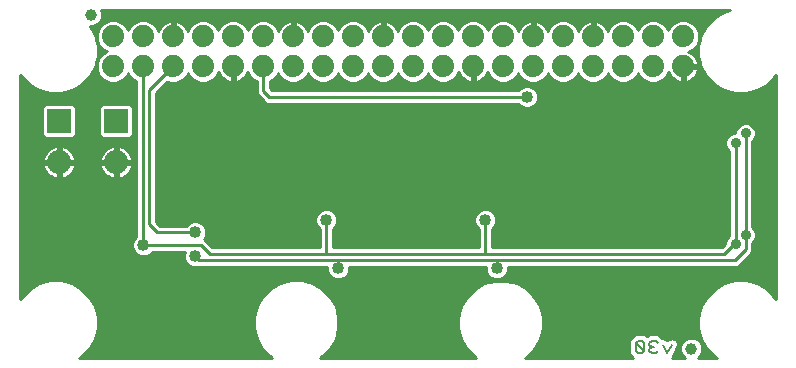
<source format=gbl>
G75*
%MOIN*%
%OFA0B0*%
%FSLAX25Y25*%
%IPPOS*%
%LPD*%
%AMOC8*
5,1,8,0,0,1.08239X$1,22.5*
%
%ADD10C,0.00800*%
%ADD11C,0.03937*%
%ADD12C,0.07400*%
%ADD13R,0.08000X0.08000*%
%ADD14C,0.08000*%
%ADD15C,0.01000*%
%ADD16C,0.04000*%
%ADD17C,0.03500*%
D10*
X0318494Y0132321D02*
X0319195Y0131620D01*
X0320596Y0131620D01*
X0321296Y0132321D01*
X0318494Y0135123D01*
X0318494Y0132321D01*
X0321296Y0132321D02*
X0321296Y0135123D01*
X0320596Y0135824D01*
X0319195Y0135824D01*
X0318494Y0135123D01*
X0323098Y0135123D02*
X0323098Y0134423D01*
X0323798Y0133722D01*
X0323098Y0133022D01*
X0323098Y0132321D01*
X0323798Y0131620D01*
X0325200Y0131620D01*
X0325900Y0132321D01*
X0324499Y0133722D02*
X0323798Y0133722D01*
X0323098Y0135123D02*
X0323798Y0135824D01*
X0325200Y0135824D01*
X0325900Y0135123D01*
X0327702Y0134423D02*
X0329103Y0131620D01*
X0330504Y0134423D01*
D11*
X0337042Y0133157D03*
X0137003Y0244378D03*
D12*
X0144286Y0237213D03*
X0154286Y0237213D03*
X0164286Y0237213D03*
X0174286Y0237213D03*
X0184286Y0237213D03*
X0194286Y0237213D03*
X0204286Y0237213D03*
X0214286Y0237213D03*
X0224286Y0237213D03*
X0234286Y0237213D03*
X0244286Y0237213D03*
X0254286Y0237213D03*
X0264286Y0237213D03*
X0274286Y0237213D03*
X0284286Y0237213D03*
X0294286Y0237213D03*
X0304286Y0237213D03*
X0314286Y0237213D03*
X0324286Y0237213D03*
X0334286Y0237213D03*
X0334286Y0227213D03*
X0324286Y0227213D03*
X0314286Y0227213D03*
X0304286Y0227213D03*
X0294286Y0227213D03*
X0284286Y0227213D03*
X0274286Y0227213D03*
X0264286Y0227213D03*
X0254286Y0227213D03*
X0244286Y0227213D03*
X0234286Y0227213D03*
X0224286Y0227213D03*
X0214286Y0227213D03*
X0204286Y0227213D03*
X0194286Y0227213D03*
X0184286Y0227213D03*
X0174286Y0227213D03*
X0164286Y0227213D03*
X0154286Y0227213D03*
X0144286Y0227213D03*
D13*
X0145333Y0209000D03*
X0126333Y0209000D03*
D14*
X0126333Y0195220D03*
X0145333Y0195220D03*
D15*
X0133771Y0130495D02*
X0133086Y0130100D01*
X0197404Y0130100D01*
X0196651Y0130535D01*
X0194026Y0133160D01*
X0192169Y0136376D01*
X0191208Y0139962D01*
X0191208Y0143675D01*
X0192169Y0147262D01*
X0194026Y0150477D01*
X0196651Y0153103D01*
X0199867Y0154959D01*
X0203453Y0155920D01*
X0207166Y0155920D01*
X0210753Y0154959D01*
X0213968Y0153103D01*
X0216594Y0150477D01*
X0218450Y0147262D01*
X0219411Y0143675D01*
X0219411Y0139962D01*
X0218450Y0136376D01*
X0216594Y0133160D01*
X0213968Y0130535D01*
X0213215Y0130100D01*
X0265418Y0130100D01*
X0264801Y0130456D01*
X0262175Y0133082D01*
X0260319Y0136297D01*
X0259358Y0139884D01*
X0259358Y0143597D01*
X0260319Y0147183D01*
X0262175Y0150399D01*
X0264801Y0153024D01*
X0268016Y0154881D01*
X0271603Y0155842D01*
X0275316Y0155842D01*
X0278902Y0154881D01*
X0282118Y0153024D01*
X0284743Y0150399D01*
X0286600Y0147183D01*
X0287561Y0143597D01*
X0287561Y0139884D01*
X0286600Y0136297D01*
X0284743Y0133082D01*
X0282118Y0130456D01*
X0281501Y0130100D01*
X0317745Y0130100D01*
X0317095Y0130751D01*
X0316394Y0131451D01*
X0316394Y0135168D01*
X0316394Y0135993D01*
X0316394Y0135993D01*
X0316394Y0135993D01*
X0316465Y0136065D01*
X0317095Y0136694D01*
X0317095Y0136694D01*
X0318311Y0137910D01*
X0318325Y0137924D01*
X0318325Y0137924D01*
X0319726Y0137924D01*
X0319726Y0137924D01*
X0319886Y0137924D01*
X0320064Y0137924D01*
X0320064Y0137924D01*
X0321466Y0137924D01*
X0322197Y0137193D01*
X0322915Y0137910D01*
X0322929Y0137924D01*
X0322929Y0137924D01*
X0324330Y0137924D01*
X0324330Y0137924D01*
X0324490Y0137924D01*
X0324668Y0137924D01*
X0324668Y0137924D01*
X0326070Y0137924D01*
X0327300Y0136694D01*
X0327300Y0136694D01*
X0327382Y0136611D01*
X0327541Y0136690D01*
X0329103Y0136169D01*
X0330665Y0136690D01*
X0332221Y0135912D01*
X0332771Y0134262D01*
X0331048Y0130815D01*
X0330820Y0130131D01*
X0330758Y0130100D01*
X0334911Y0130100D01*
X0333932Y0131079D01*
X0333373Y0132428D01*
X0333373Y0133887D01*
X0333932Y0135236D01*
X0334964Y0136267D01*
X0336312Y0136826D01*
X0337772Y0136826D01*
X0339120Y0136267D01*
X0340152Y0135236D01*
X0340710Y0133887D01*
X0340710Y0132428D01*
X0340152Y0131079D01*
X0339173Y0130100D01*
X0345486Y0130100D01*
X0344801Y0130495D01*
X0342175Y0133121D01*
X0340319Y0136337D01*
X0339358Y0139923D01*
X0339358Y0143636D01*
X0340319Y0147223D01*
X0342175Y0150438D01*
X0344801Y0153064D01*
X0348016Y0154920D01*
X0351603Y0155881D01*
X0355316Y0155881D01*
X0358902Y0154920D01*
X0362118Y0153064D01*
X0364743Y0150438D01*
X0365139Y0149753D01*
X0365139Y0224357D01*
X0364743Y0223672D01*
X0362118Y0221047D01*
X0358902Y0219190D01*
X0355316Y0218229D01*
X0351603Y0218229D01*
X0348016Y0219190D01*
X0344801Y0221047D01*
X0342175Y0223672D01*
X0340319Y0226888D01*
X0339358Y0230474D01*
X0339358Y0234187D01*
X0340319Y0237774D01*
X0342175Y0240989D01*
X0344801Y0243615D01*
X0348016Y0245471D01*
X0349910Y0245979D01*
X0140310Y0245979D01*
X0140671Y0245108D01*
X0140671Y0243648D01*
X0140113Y0242300D01*
X0139081Y0241268D01*
X0137732Y0240709D01*
X0136558Y0240709D01*
X0138253Y0237774D01*
X0139214Y0234187D01*
X0139214Y0230474D01*
X0138253Y0226888D01*
X0136397Y0223672D01*
X0133771Y0221047D01*
X0130556Y0219190D01*
X0126969Y0218229D01*
X0123256Y0218229D01*
X0119670Y0219190D01*
X0116454Y0221047D01*
X0113829Y0223672D01*
X0113433Y0224357D01*
X0113433Y0149753D01*
X0113829Y0150438D01*
X0116454Y0153064D01*
X0119670Y0154920D01*
X0123256Y0155881D01*
X0126969Y0155881D01*
X0130556Y0154920D01*
X0133771Y0153064D01*
X0136397Y0150438D01*
X0138253Y0147223D01*
X0139214Y0143636D01*
X0139214Y0139923D01*
X0138253Y0136337D01*
X0136397Y0133121D01*
X0133771Y0130495D01*
X0134271Y0130996D02*
X0196190Y0130996D01*
X0195192Y0131994D02*
X0135270Y0131994D01*
X0136269Y0132993D02*
X0194193Y0132993D01*
X0193546Y0133991D02*
X0136899Y0133991D01*
X0137476Y0134990D02*
X0192970Y0134990D01*
X0192393Y0135988D02*
X0138052Y0135988D01*
X0138428Y0136987D02*
X0192005Y0136987D01*
X0191738Y0137985D02*
X0138695Y0137985D01*
X0138963Y0138984D02*
X0191470Y0138984D01*
X0191208Y0139982D02*
X0139214Y0139982D01*
X0139214Y0140981D02*
X0191208Y0140981D01*
X0191208Y0141979D02*
X0139214Y0141979D01*
X0139214Y0142978D02*
X0191208Y0142978D01*
X0191289Y0143976D02*
X0139123Y0143976D01*
X0138856Y0144975D02*
X0191556Y0144975D01*
X0191824Y0145973D02*
X0138588Y0145973D01*
X0138321Y0146972D02*
X0192091Y0146972D01*
X0192578Y0147970D02*
X0137822Y0147970D01*
X0137245Y0148969D02*
X0193155Y0148969D01*
X0193731Y0149967D02*
X0136669Y0149967D01*
X0135869Y0150966D02*
X0194514Y0150966D01*
X0195512Y0151964D02*
X0134871Y0151964D01*
X0133872Y0152963D02*
X0196511Y0152963D01*
X0198138Y0153961D02*
X0132217Y0153961D01*
X0130408Y0154960D02*
X0199868Y0154960D01*
X0210751Y0154960D02*
X0268311Y0154960D01*
X0266424Y0153961D02*
X0212482Y0153961D01*
X0214108Y0152963D02*
X0264739Y0152963D01*
X0263741Y0151964D02*
X0215107Y0151964D01*
X0216105Y0150966D02*
X0262742Y0150966D01*
X0261926Y0149967D02*
X0216888Y0149967D01*
X0217465Y0148969D02*
X0261350Y0148969D01*
X0260773Y0147970D02*
X0218041Y0147970D01*
X0218528Y0146972D02*
X0260262Y0146972D01*
X0259995Y0145973D02*
X0218796Y0145973D01*
X0219063Y0144975D02*
X0259727Y0144975D01*
X0259459Y0143976D02*
X0219331Y0143976D01*
X0219411Y0142978D02*
X0259358Y0142978D01*
X0259358Y0141979D02*
X0219411Y0141979D01*
X0219411Y0140981D02*
X0259358Y0140981D01*
X0259358Y0139982D02*
X0219411Y0139982D01*
X0219149Y0138984D02*
X0259599Y0138984D01*
X0259866Y0137985D02*
X0218881Y0137985D01*
X0218614Y0136987D02*
X0260134Y0136987D01*
X0260497Y0135988D02*
X0218226Y0135988D01*
X0217650Y0134990D02*
X0261074Y0134990D01*
X0261650Y0133991D02*
X0217073Y0133991D01*
X0216426Y0132993D02*
X0262264Y0132993D01*
X0263263Y0131994D02*
X0215427Y0131994D01*
X0214429Y0130996D02*
X0264261Y0130996D01*
X0282657Y0130996D02*
X0316850Y0130996D01*
X0316394Y0131994D02*
X0283656Y0131994D01*
X0284654Y0132993D02*
X0316394Y0132993D01*
X0316394Y0133991D02*
X0285268Y0133991D01*
X0285845Y0134990D02*
X0316394Y0134990D01*
X0316394Y0135988D02*
X0286421Y0135988D01*
X0286785Y0136987D02*
X0317387Y0136987D01*
X0327007Y0136987D02*
X0340145Y0136987D01*
X0339877Y0137985D02*
X0287052Y0137985D01*
X0287320Y0138984D02*
X0339609Y0138984D01*
X0339358Y0139982D02*
X0287561Y0139982D01*
X0287561Y0140981D02*
X0339358Y0140981D01*
X0339358Y0141979D02*
X0287561Y0141979D01*
X0287561Y0142978D02*
X0339358Y0142978D01*
X0339449Y0143976D02*
X0287459Y0143976D01*
X0287192Y0144975D02*
X0339716Y0144975D01*
X0339984Y0145973D02*
X0286924Y0145973D01*
X0286657Y0146972D02*
X0340252Y0146972D01*
X0340750Y0147970D02*
X0286145Y0147970D01*
X0285569Y0148969D02*
X0341327Y0148969D01*
X0341903Y0149967D02*
X0284992Y0149967D01*
X0284176Y0150966D02*
X0342703Y0150966D01*
X0343701Y0151964D02*
X0283178Y0151964D01*
X0282179Y0152963D02*
X0344700Y0152963D01*
X0346356Y0153961D02*
X0280495Y0153961D01*
X0278607Y0154960D02*
X0348165Y0154960D01*
X0352534Y0160500D02*
X0353823Y0161789D01*
X0357336Y0165302D01*
X0357336Y0168365D01*
X0358061Y0169090D01*
X0358586Y0170358D01*
X0358586Y0171730D01*
X0358061Y0172998D01*
X0357336Y0173723D01*
X0357336Y0202171D01*
X0358082Y0202917D01*
X0358608Y0204185D01*
X0358608Y0205558D01*
X0358082Y0206826D01*
X0357112Y0207796D01*
X0355844Y0208322D01*
X0354471Y0208322D01*
X0353203Y0207796D01*
X0352233Y0206826D01*
X0351708Y0205558D01*
X0351708Y0205133D01*
X0351162Y0205133D01*
X0349894Y0204607D01*
X0348924Y0203637D01*
X0348398Y0202369D01*
X0348398Y0200996D01*
X0348924Y0199728D01*
X0349627Y0199025D01*
X0349627Y0170631D01*
X0348902Y0169906D01*
X0348377Y0168638D01*
X0348377Y0168155D01*
X0347122Y0166900D01*
X0270588Y0166900D01*
X0270588Y0172967D01*
X0271525Y0173904D01*
X0272088Y0175264D01*
X0272088Y0176736D01*
X0271525Y0178096D01*
X0270484Y0179137D01*
X0269124Y0179700D01*
X0267652Y0179700D01*
X0266293Y0179137D01*
X0265252Y0178096D01*
X0264688Y0176736D01*
X0264688Y0175264D01*
X0265252Y0173904D01*
X0266188Y0172967D01*
X0266188Y0166900D01*
X0217588Y0166900D01*
X0217588Y0172967D01*
X0218525Y0173904D01*
X0219088Y0175264D01*
X0219088Y0176736D01*
X0218525Y0178096D01*
X0217484Y0179137D01*
X0216124Y0179700D01*
X0214652Y0179700D01*
X0213293Y0179137D01*
X0212252Y0178096D01*
X0211688Y0176736D01*
X0211688Y0175264D01*
X0212252Y0173904D01*
X0213188Y0172967D01*
X0213188Y0166900D01*
X0177445Y0166900D01*
X0174685Y0169659D01*
X0174809Y0169782D01*
X0175372Y0171142D01*
X0175372Y0172614D01*
X0174809Y0173974D01*
X0173768Y0175015D01*
X0172408Y0175578D01*
X0170936Y0175578D01*
X0169576Y0175015D01*
X0168639Y0174078D01*
X0159866Y0174078D01*
X0158486Y0175459D01*
X0158486Y0218301D01*
X0162353Y0222168D01*
X0163212Y0221813D01*
X0165360Y0221813D01*
X0167345Y0222635D01*
X0168864Y0224154D01*
X0169286Y0225173D01*
X0169708Y0224154D01*
X0171227Y0222635D01*
X0173212Y0221813D01*
X0175360Y0221813D01*
X0177345Y0222635D01*
X0178864Y0224154D01*
X0179395Y0225437D01*
X0179467Y0225216D01*
X0179839Y0224487D01*
X0180320Y0223825D01*
X0180899Y0223246D01*
X0181561Y0222765D01*
X0182290Y0222394D01*
X0183068Y0222141D01*
X0183786Y0222027D01*
X0183786Y0226713D01*
X0184786Y0226713D01*
X0184786Y0222027D01*
X0185504Y0222141D01*
X0186282Y0222394D01*
X0187011Y0222765D01*
X0187674Y0223246D01*
X0188252Y0223825D01*
X0188734Y0224487D01*
X0189105Y0225216D01*
X0189177Y0225437D01*
X0189708Y0224154D01*
X0191227Y0222635D01*
X0192133Y0222259D01*
X0192133Y0218089D01*
X0194133Y0216089D01*
X0195422Y0214800D01*
X0279301Y0214800D01*
X0280237Y0213863D01*
X0281597Y0213300D01*
X0283069Y0213300D01*
X0284429Y0213863D01*
X0285470Y0214904D01*
X0286033Y0216264D01*
X0286033Y0217736D01*
X0285470Y0219096D01*
X0284429Y0220137D01*
X0283069Y0220700D01*
X0281597Y0220700D01*
X0280237Y0220137D01*
X0279301Y0219200D01*
X0197245Y0219200D01*
X0196533Y0219911D01*
X0196533Y0222299D01*
X0197345Y0222635D01*
X0198864Y0224154D01*
X0199286Y0225173D01*
X0199708Y0224154D01*
X0201227Y0222635D01*
X0203212Y0221813D01*
X0205360Y0221813D01*
X0207345Y0222635D01*
X0208864Y0224154D01*
X0209286Y0225173D01*
X0209708Y0224154D01*
X0211227Y0222635D01*
X0213212Y0221813D01*
X0215360Y0221813D01*
X0217345Y0222635D01*
X0218864Y0224154D01*
X0219286Y0225173D01*
X0219708Y0224154D01*
X0221227Y0222635D01*
X0223212Y0221813D01*
X0225360Y0221813D01*
X0227345Y0222635D01*
X0228864Y0224154D01*
X0229286Y0225173D01*
X0229708Y0224154D01*
X0231227Y0222635D01*
X0233212Y0221813D01*
X0235360Y0221813D01*
X0237345Y0222635D01*
X0238864Y0224154D01*
X0239286Y0225173D01*
X0239708Y0224154D01*
X0241227Y0222635D01*
X0243212Y0221813D01*
X0245360Y0221813D01*
X0247345Y0222635D01*
X0248864Y0224154D01*
X0249286Y0225173D01*
X0249708Y0224154D01*
X0251227Y0222635D01*
X0253212Y0221813D01*
X0255360Y0221813D01*
X0257345Y0222635D01*
X0258864Y0224154D01*
X0259395Y0225437D01*
X0259467Y0225216D01*
X0259839Y0224487D01*
X0260320Y0223825D01*
X0260899Y0223246D01*
X0261561Y0222765D01*
X0262290Y0222394D01*
X0263068Y0222141D01*
X0263786Y0222027D01*
X0263786Y0226713D01*
X0264786Y0226713D01*
X0264786Y0222027D01*
X0265504Y0222141D01*
X0266282Y0222394D01*
X0267011Y0222765D01*
X0267674Y0223246D01*
X0268252Y0223825D01*
X0268734Y0224487D01*
X0269105Y0225216D01*
X0269177Y0225437D01*
X0269708Y0224154D01*
X0271227Y0222635D01*
X0273212Y0221813D01*
X0275360Y0221813D01*
X0277345Y0222635D01*
X0278864Y0224154D01*
X0279286Y0225173D01*
X0279708Y0224154D01*
X0281227Y0222635D01*
X0283212Y0221813D01*
X0285360Y0221813D01*
X0287345Y0222635D01*
X0288864Y0224154D01*
X0289286Y0225173D01*
X0289708Y0224154D01*
X0291227Y0222635D01*
X0293212Y0221813D01*
X0295360Y0221813D01*
X0297345Y0222635D01*
X0298864Y0224154D01*
X0299286Y0225173D01*
X0299708Y0224154D01*
X0301227Y0222635D01*
X0303212Y0221813D01*
X0305360Y0221813D01*
X0307345Y0222635D01*
X0308864Y0224154D01*
X0309286Y0225173D01*
X0309708Y0224154D01*
X0311227Y0222635D01*
X0313212Y0221813D01*
X0315360Y0221813D01*
X0317345Y0222635D01*
X0318864Y0224154D01*
X0319286Y0225173D01*
X0319708Y0224154D01*
X0321227Y0222635D01*
X0323212Y0221813D01*
X0325360Y0221813D01*
X0327345Y0222635D01*
X0328864Y0224154D01*
X0329395Y0225437D01*
X0329467Y0225216D01*
X0329839Y0224487D01*
X0330320Y0223825D01*
X0330899Y0223246D01*
X0331561Y0222765D01*
X0332290Y0222394D01*
X0333068Y0222141D01*
X0333786Y0222027D01*
X0333786Y0226713D01*
X0334786Y0226713D01*
X0334786Y0227713D01*
X0339472Y0227713D01*
X0339358Y0228430D01*
X0339105Y0229209D01*
X0338734Y0229938D01*
X0338252Y0230600D01*
X0337674Y0231179D01*
X0337011Y0231660D01*
X0336282Y0232032D01*
X0336062Y0232103D01*
X0337345Y0232635D01*
X0338864Y0234154D01*
X0339686Y0236138D01*
X0339686Y0238287D01*
X0338864Y0240271D01*
X0337345Y0241790D01*
X0335360Y0242613D01*
X0333212Y0242613D01*
X0331227Y0241790D01*
X0329708Y0240271D01*
X0329286Y0239252D01*
X0328864Y0240271D01*
X0327345Y0241790D01*
X0325360Y0242613D01*
X0323212Y0242613D01*
X0321227Y0241790D01*
X0319708Y0240271D01*
X0319286Y0239252D01*
X0318864Y0240271D01*
X0317345Y0241790D01*
X0315360Y0242613D01*
X0313212Y0242613D01*
X0311227Y0241790D01*
X0309708Y0240271D01*
X0309177Y0238988D01*
X0309105Y0239209D01*
X0308734Y0239938D01*
X0308252Y0240600D01*
X0307674Y0241179D01*
X0307011Y0241660D01*
X0306282Y0242032D01*
X0305504Y0242285D01*
X0304786Y0242398D01*
X0304786Y0237713D01*
X0303786Y0237713D01*
X0303786Y0242398D01*
X0303068Y0242285D01*
X0302290Y0242032D01*
X0301561Y0241660D01*
X0300899Y0241179D01*
X0300320Y0240600D01*
X0299839Y0239938D01*
X0299467Y0239209D01*
X0299395Y0238988D01*
X0298864Y0240271D01*
X0297345Y0241790D01*
X0295360Y0242613D01*
X0293212Y0242613D01*
X0291227Y0241790D01*
X0289708Y0240271D01*
X0289177Y0238988D01*
X0289105Y0239209D01*
X0288734Y0239938D01*
X0288252Y0240600D01*
X0287674Y0241179D01*
X0287011Y0241660D01*
X0286282Y0242032D01*
X0285504Y0242285D01*
X0284786Y0242398D01*
X0284786Y0237713D01*
X0283786Y0237713D01*
X0283786Y0242398D01*
X0283068Y0242285D01*
X0282290Y0242032D01*
X0281561Y0241660D01*
X0280899Y0241179D01*
X0280320Y0240600D01*
X0279839Y0239938D01*
X0279467Y0239209D01*
X0279395Y0238988D01*
X0278864Y0240271D01*
X0277345Y0241790D01*
X0275360Y0242613D01*
X0273212Y0242613D01*
X0271227Y0241790D01*
X0269708Y0240271D01*
X0269286Y0239252D01*
X0268864Y0240271D01*
X0267345Y0241790D01*
X0265360Y0242613D01*
X0263212Y0242613D01*
X0261227Y0241790D01*
X0259708Y0240271D01*
X0259286Y0239252D01*
X0258864Y0240271D01*
X0257345Y0241790D01*
X0255360Y0242613D01*
X0253212Y0242613D01*
X0251227Y0241790D01*
X0249708Y0240271D01*
X0249286Y0239252D01*
X0248864Y0240271D01*
X0247345Y0241790D01*
X0245360Y0242613D01*
X0243212Y0242613D01*
X0241227Y0241790D01*
X0239708Y0240271D01*
X0239177Y0238988D01*
X0239105Y0239209D01*
X0238734Y0239938D01*
X0238252Y0240600D01*
X0237674Y0241179D01*
X0237011Y0241660D01*
X0236282Y0242032D01*
X0235504Y0242285D01*
X0234786Y0242398D01*
X0234786Y0237713D01*
X0233786Y0237713D01*
X0233786Y0242398D01*
X0233068Y0242285D01*
X0232290Y0242032D01*
X0231561Y0241660D01*
X0230899Y0241179D01*
X0230320Y0240600D01*
X0229839Y0239938D01*
X0229467Y0239209D01*
X0229395Y0238988D01*
X0228864Y0240271D01*
X0227345Y0241790D01*
X0225360Y0242613D01*
X0223212Y0242613D01*
X0221227Y0241790D01*
X0219708Y0240271D01*
X0219286Y0239252D01*
X0218864Y0240271D01*
X0217345Y0241790D01*
X0215360Y0242613D01*
X0213212Y0242613D01*
X0211227Y0241790D01*
X0209708Y0240271D01*
X0209177Y0238988D01*
X0209105Y0239209D01*
X0208734Y0239938D01*
X0208252Y0240600D01*
X0207674Y0241179D01*
X0207011Y0241660D01*
X0206282Y0242032D01*
X0205504Y0242285D01*
X0204786Y0242398D01*
X0204786Y0237713D01*
X0203786Y0237713D01*
X0203786Y0242398D01*
X0203068Y0242285D01*
X0202290Y0242032D01*
X0201561Y0241660D01*
X0200899Y0241179D01*
X0200320Y0240600D01*
X0199839Y0239938D01*
X0199467Y0239209D01*
X0199395Y0238988D01*
X0198864Y0240271D01*
X0197345Y0241790D01*
X0195360Y0242613D01*
X0193212Y0242613D01*
X0191227Y0241790D01*
X0189708Y0240271D01*
X0189286Y0239252D01*
X0188864Y0240271D01*
X0187345Y0241790D01*
X0185360Y0242613D01*
X0183212Y0242613D01*
X0181227Y0241790D01*
X0179708Y0240271D01*
X0179286Y0239252D01*
X0178864Y0240271D01*
X0177345Y0241790D01*
X0175360Y0242613D01*
X0173212Y0242613D01*
X0171227Y0241790D01*
X0169708Y0240271D01*
X0169177Y0238988D01*
X0169105Y0239209D01*
X0168734Y0239938D01*
X0168252Y0240600D01*
X0167674Y0241179D01*
X0167011Y0241660D01*
X0166282Y0242032D01*
X0165504Y0242285D01*
X0164786Y0242398D01*
X0164786Y0237713D01*
X0163786Y0237713D01*
X0163786Y0242398D01*
X0163068Y0242285D01*
X0162290Y0242032D01*
X0161561Y0241660D01*
X0160899Y0241179D01*
X0160320Y0240600D01*
X0159839Y0239938D01*
X0159467Y0239209D01*
X0159395Y0238988D01*
X0158864Y0240271D01*
X0157345Y0241790D01*
X0155360Y0242613D01*
X0153212Y0242613D01*
X0151227Y0241790D01*
X0149708Y0240271D01*
X0149286Y0239252D01*
X0148864Y0240271D01*
X0147345Y0241790D01*
X0145360Y0242613D01*
X0143212Y0242613D01*
X0141227Y0241790D01*
X0139708Y0240271D01*
X0138886Y0238287D01*
X0138886Y0236138D01*
X0139708Y0234154D01*
X0141227Y0232635D01*
X0142246Y0232213D01*
X0141227Y0231790D01*
X0139708Y0230271D01*
X0138886Y0228287D01*
X0138886Y0226138D01*
X0139708Y0224154D01*
X0141227Y0222635D01*
X0143212Y0221813D01*
X0145360Y0221813D01*
X0147345Y0222635D01*
X0148864Y0224154D01*
X0149286Y0225173D01*
X0149708Y0224154D01*
X0151227Y0222635D01*
X0152086Y0222279D01*
X0152086Y0170485D01*
X0151297Y0169696D01*
X0150733Y0168336D01*
X0150733Y0166864D01*
X0151297Y0165504D01*
X0152337Y0164463D01*
X0153697Y0163900D01*
X0155169Y0163900D01*
X0156529Y0164463D01*
X0157466Y0165400D01*
X0168250Y0165400D01*
X0167933Y0164636D01*
X0167933Y0163164D01*
X0168497Y0161804D01*
X0169537Y0160763D01*
X0170897Y0160200D01*
X0172369Y0160200D01*
X0173094Y0160500D01*
X0215633Y0160500D01*
X0215633Y0159164D01*
X0216197Y0157804D01*
X0217237Y0156763D01*
X0218597Y0156200D01*
X0220069Y0156200D01*
X0221429Y0156763D01*
X0222470Y0157804D01*
X0223033Y0159164D01*
X0223033Y0160500D01*
X0268525Y0160500D01*
X0268525Y0159164D01*
X0269089Y0157804D01*
X0270130Y0156763D01*
X0271489Y0156200D01*
X0272961Y0156200D01*
X0274321Y0156763D01*
X0275362Y0157804D01*
X0275925Y0159164D01*
X0275925Y0160500D01*
X0352534Y0160500D01*
X0352985Y0160951D02*
X0365139Y0160951D01*
X0365139Y0161949D02*
X0353984Y0161949D01*
X0354982Y0162948D02*
X0365139Y0162948D01*
X0365139Y0163946D02*
X0355981Y0163946D01*
X0356979Y0164945D02*
X0365139Y0164945D01*
X0365139Y0165943D02*
X0357336Y0165943D01*
X0357336Y0166942D02*
X0365139Y0166942D01*
X0365139Y0167940D02*
X0357336Y0167940D01*
X0357910Y0168939D02*
X0365139Y0168939D01*
X0365139Y0169937D02*
X0358412Y0169937D01*
X0358586Y0170936D02*
X0365139Y0170936D01*
X0365139Y0171934D02*
X0358502Y0171934D01*
X0358088Y0172933D02*
X0365139Y0172933D01*
X0365139Y0173932D02*
X0357336Y0173932D01*
X0357336Y0174930D02*
X0365139Y0174930D01*
X0365139Y0175929D02*
X0357336Y0175929D01*
X0357336Y0176927D02*
X0365139Y0176927D01*
X0365139Y0177926D02*
X0357336Y0177926D01*
X0357336Y0178924D02*
X0365139Y0178924D01*
X0365139Y0179923D02*
X0357336Y0179923D01*
X0357336Y0180921D02*
X0365139Y0180921D01*
X0365139Y0181920D02*
X0357336Y0181920D01*
X0357336Y0182918D02*
X0365139Y0182918D01*
X0365139Y0183917D02*
X0357336Y0183917D01*
X0357336Y0184915D02*
X0365139Y0184915D01*
X0365139Y0185914D02*
X0357336Y0185914D01*
X0357336Y0186912D02*
X0365139Y0186912D01*
X0365139Y0187911D02*
X0357336Y0187911D01*
X0357336Y0188909D02*
X0365139Y0188909D01*
X0365139Y0189908D02*
X0357336Y0189908D01*
X0357336Y0190906D02*
X0365139Y0190906D01*
X0365139Y0191905D02*
X0357336Y0191905D01*
X0357336Y0192903D02*
X0365139Y0192903D01*
X0365139Y0193902D02*
X0357336Y0193902D01*
X0357336Y0194900D02*
X0365139Y0194900D01*
X0365139Y0195899D02*
X0357336Y0195899D01*
X0357336Y0196897D02*
X0365139Y0196897D01*
X0365139Y0197896D02*
X0357336Y0197896D01*
X0357336Y0198894D02*
X0365139Y0198894D01*
X0365139Y0199893D02*
X0357336Y0199893D01*
X0357336Y0200891D02*
X0365139Y0200891D01*
X0365139Y0201890D02*
X0357336Y0201890D01*
X0358053Y0202888D02*
X0365139Y0202888D01*
X0365139Y0203887D02*
X0358484Y0203887D01*
X0358608Y0204885D02*
X0365139Y0204885D01*
X0365139Y0205884D02*
X0358473Y0205884D01*
X0358026Y0206882D02*
X0365139Y0206882D01*
X0365139Y0207881D02*
X0356908Y0207881D01*
X0355158Y0204872D02*
X0355136Y0204850D01*
X0355136Y0171044D01*
X0355136Y0166213D01*
X0351623Y0162700D01*
X0272333Y0162700D01*
X0272225Y0162592D01*
X0272225Y0159900D01*
X0272333Y0162700D02*
X0219333Y0162700D01*
X0219333Y0159900D01*
X0219333Y0162700D02*
X0172833Y0162700D01*
X0171633Y0163900D01*
X0167933Y0163946D02*
X0155281Y0163946D01*
X0153585Y0163946D02*
X0113433Y0163946D01*
X0113433Y0162948D02*
X0168023Y0162948D01*
X0168436Y0161949D02*
X0113433Y0161949D01*
X0113433Y0160951D02*
X0169350Y0160951D01*
X0168061Y0164945D02*
X0157011Y0164945D01*
X0154433Y0167600D02*
X0173633Y0167600D01*
X0176533Y0164700D01*
X0215088Y0164700D01*
X0215388Y0165000D01*
X0215388Y0176000D01*
X0211688Y0175929D02*
X0158486Y0175929D01*
X0158486Y0176927D02*
X0211768Y0176927D01*
X0212181Y0177926D02*
X0158486Y0177926D01*
X0158486Y0178924D02*
X0213080Y0178924D01*
X0211827Y0174930D02*
X0173853Y0174930D01*
X0174826Y0173932D02*
X0212240Y0173932D01*
X0213188Y0172933D02*
X0175240Y0172933D01*
X0175372Y0171934D02*
X0213188Y0171934D01*
X0213188Y0170936D02*
X0175286Y0170936D01*
X0174873Y0169937D02*
X0213188Y0169937D01*
X0213188Y0168939D02*
X0175406Y0168939D01*
X0176404Y0167940D02*
X0213188Y0167940D01*
X0213188Y0166942D02*
X0177403Y0166942D01*
X0171672Y0171878D02*
X0158955Y0171878D01*
X0156286Y0174547D01*
X0156286Y0219213D01*
X0164286Y0227213D01*
X0169155Y0224856D02*
X0169417Y0224856D01*
X0170005Y0223857D02*
X0168567Y0223857D01*
X0167569Y0222859D02*
X0171003Y0222859D01*
X0173097Y0221860D02*
X0165475Y0221860D01*
X0163097Y0221860D02*
X0162045Y0221860D01*
X0161046Y0220862D02*
X0192133Y0220862D01*
X0192133Y0221860D02*
X0175475Y0221860D01*
X0177569Y0222859D02*
X0181432Y0222859D01*
X0180296Y0223857D02*
X0178567Y0223857D01*
X0179155Y0224856D02*
X0179651Y0224856D01*
X0183786Y0224856D02*
X0184786Y0224856D01*
X0184786Y0225854D02*
X0183786Y0225854D01*
X0183786Y0223857D02*
X0184786Y0223857D01*
X0184786Y0222859D02*
X0183786Y0222859D01*
X0187140Y0222859D02*
X0191003Y0222859D01*
X0190005Y0223857D02*
X0188276Y0223857D01*
X0188921Y0224856D02*
X0189417Y0224856D01*
X0194286Y0227213D02*
X0194333Y0227165D01*
X0194333Y0219000D01*
X0196333Y0217000D01*
X0282333Y0217000D01*
X0286033Y0216868D02*
X0365139Y0216868D01*
X0365139Y0217866D02*
X0285979Y0217866D01*
X0285566Y0218865D02*
X0349231Y0218865D01*
X0346851Y0219863D02*
X0284703Y0219863D01*
X0285475Y0221860D02*
X0293097Y0221860D01*
X0291003Y0222859D02*
X0287569Y0222859D01*
X0288567Y0223857D02*
X0290005Y0223857D01*
X0289417Y0224856D02*
X0289155Y0224856D01*
X0295475Y0221860D02*
X0303097Y0221860D01*
X0301003Y0222859D02*
X0297569Y0222859D01*
X0298567Y0223857D02*
X0300005Y0223857D01*
X0299417Y0224856D02*
X0299155Y0224856D01*
X0305475Y0221860D02*
X0313097Y0221860D01*
X0311003Y0222859D02*
X0307569Y0222859D01*
X0308567Y0223857D02*
X0310005Y0223857D01*
X0309417Y0224856D02*
X0309155Y0224856D01*
X0315475Y0221860D02*
X0323097Y0221860D01*
X0321003Y0222859D02*
X0317569Y0222859D01*
X0318567Y0223857D02*
X0320005Y0223857D01*
X0319417Y0224856D02*
X0319155Y0224856D01*
X0325475Y0221860D02*
X0343987Y0221860D01*
X0342989Y0222859D02*
X0337140Y0222859D01*
X0337011Y0222765D02*
X0337674Y0223246D01*
X0338252Y0223825D01*
X0338734Y0224487D01*
X0339105Y0225216D01*
X0339358Y0225995D01*
X0339472Y0226713D01*
X0334786Y0226713D01*
X0334786Y0222027D01*
X0335504Y0222141D01*
X0336282Y0222394D01*
X0337011Y0222765D01*
X0338276Y0223857D02*
X0342068Y0223857D01*
X0341492Y0224856D02*
X0338921Y0224856D01*
X0339312Y0225854D02*
X0340915Y0225854D01*
X0340339Y0226853D02*
X0334786Y0226853D01*
X0334786Y0225854D02*
X0333786Y0225854D01*
X0333786Y0224856D02*
X0334786Y0224856D01*
X0334786Y0223857D02*
X0333786Y0223857D01*
X0333786Y0222859D02*
X0334786Y0222859D01*
X0331432Y0222859D02*
X0327569Y0222859D01*
X0328567Y0223857D02*
X0330296Y0223857D01*
X0329651Y0224856D02*
X0329155Y0224856D01*
X0336648Y0231845D02*
X0339358Y0231845D01*
X0339358Y0230847D02*
X0338006Y0230847D01*
X0338779Y0229848D02*
X0339525Y0229848D01*
X0339793Y0228850D02*
X0339222Y0228850D01*
X0339450Y0227851D02*
X0340061Y0227851D01*
X0339358Y0232844D02*
X0337554Y0232844D01*
X0338552Y0233842D02*
X0339358Y0233842D01*
X0339533Y0234841D02*
X0339149Y0234841D01*
X0339562Y0235839D02*
X0339800Y0235839D01*
X0339686Y0236838D02*
X0340068Y0236838D01*
X0340355Y0237836D02*
X0339686Y0237836D01*
X0339459Y0238835D02*
X0340931Y0238835D01*
X0341508Y0239833D02*
X0339045Y0239833D01*
X0338304Y0240832D02*
X0342084Y0240832D01*
X0343016Y0241830D02*
X0337249Y0241830D01*
X0331323Y0241830D02*
X0327249Y0241830D01*
X0328304Y0240832D02*
X0330269Y0240832D01*
X0329527Y0239833D02*
X0329045Y0239833D01*
X0321323Y0241830D02*
X0317249Y0241830D01*
X0318304Y0240832D02*
X0320269Y0240832D01*
X0319527Y0239833D02*
X0319045Y0239833D01*
X0311323Y0241830D02*
X0306677Y0241830D01*
X0308021Y0240832D02*
X0310269Y0240832D01*
X0309527Y0239833D02*
X0308787Y0239833D01*
X0304786Y0239833D02*
X0303786Y0239833D01*
X0303786Y0238835D02*
X0304786Y0238835D01*
X0304786Y0237836D02*
X0303786Y0237836D01*
X0303786Y0240832D02*
X0304786Y0240832D01*
X0304786Y0241830D02*
X0303786Y0241830D01*
X0301895Y0241830D02*
X0297249Y0241830D01*
X0298304Y0240832D02*
X0300551Y0240832D01*
X0299785Y0239833D02*
X0299045Y0239833D01*
X0291323Y0241830D02*
X0286677Y0241830D01*
X0288021Y0240832D02*
X0290269Y0240832D01*
X0289527Y0239833D02*
X0288787Y0239833D01*
X0284786Y0239833D02*
X0283786Y0239833D01*
X0283786Y0238835D02*
X0284786Y0238835D01*
X0284786Y0237836D02*
X0283786Y0237836D01*
X0283786Y0240832D02*
X0284786Y0240832D01*
X0284786Y0241830D02*
X0283786Y0241830D01*
X0281895Y0241830D02*
X0277249Y0241830D01*
X0278304Y0240832D02*
X0280551Y0240832D01*
X0279785Y0239833D02*
X0279045Y0239833D01*
X0271323Y0241830D02*
X0267249Y0241830D01*
X0268304Y0240832D02*
X0270269Y0240832D01*
X0269527Y0239833D02*
X0269045Y0239833D01*
X0261323Y0241830D02*
X0257249Y0241830D01*
X0258304Y0240832D02*
X0260269Y0240832D01*
X0259527Y0239833D02*
X0259045Y0239833D01*
X0251323Y0241830D02*
X0247249Y0241830D01*
X0248304Y0240832D02*
X0250269Y0240832D01*
X0249527Y0239833D02*
X0249045Y0239833D01*
X0241323Y0241830D02*
X0236677Y0241830D01*
X0238021Y0240832D02*
X0240269Y0240832D01*
X0239527Y0239833D02*
X0238787Y0239833D01*
X0234786Y0239833D02*
X0233786Y0239833D01*
X0233786Y0238835D02*
X0234786Y0238835D01*
X0234786Y0237836D02*
X0233786Y0237836D01*
X0233786Y0240832D02*
X0234786Y0240832D01*
X0234786Y0241830D02*
X0233786Y0241830D01*
X0231895Y0241830D02*
X0227249Y0241830D01*
X0228304Y0240832D02*
X0230551Y0240832D01*
X0229785Y0239833D02*
X0229045Y0239833D01*
X0221323Y0241830D02*
X0217249Y0241830D01*
X0218304Y0240832D02*
X0220269Y0240832D01*
X0219527Y0239833D02*
X0219045Y0239833D01*
X0211323Y0241830D02*
X0206677Y0241830D01*
X0208021Y0240832D02*
X0210269Y0240832D01*
X0209527Y0239833D02*
X0208787Y0239833D01*
X0204786Y0239833D02*
X0203786Y0239833D01*
X0203786Y0238835D02*
X0204786Y0238835D01*
X0204786Y0237836D02*
X0203786Y0237836D01*
X0203786Y0240832D02*
X0204786Y0240832D01*
X0204786Y0241830D02*
X0203786Y0241830D01*
X0201895Y0241830D02*
X0197249Y0241830D01*
X0198304Y0240832D02*
X0200551Y0240832D01*
X0199785Y0239833D02*
X0199045Y0239833D01*
X0191323Y0241830D02*
X0187249Y0241830D01*
X0188304Y0240832D02*
X0190269Y0240832D01*
X0189527Y0239833D02*
X0189045Y0239833D01*
X0181323Y0241830D02*
X0177249Y0241830D01*
X0178304Y0240832D02*
X0180269Y0240832D01*
X0179527Y0239833D02*
X0179045Y0239833D01*
X0171323Y0241830D02*
X0166677Y0241830D01*
X0168021Y0240832D02*
X0170269Y0240832D01*
X0169527Y0239833D02*
X0168787Y0239833D01*
X0164786Y0239833D02*
X0163786Y0239833D01*
X0163786Y0238835D02*
X0164786Y0238835D01*
X0164786Y0237836D02*
X0163786Y0237836D01*
X0163786Y0240832D02*
X0164786Y0240832D01*
X0164786Y0241830D02*
X0163786Y0241830D01*
X0161895Y0241830D02*
X0157249Y0241830D01*
X0158304Y0240832D02*
X0160551Y0240832D01*
X0159785Y0239833D02*
X0159045Y0239833D01*
X0151323Y0241830D02*
X0147249Y0241830D01*
X0148304Y0240832D02*
X0150269Y0240832D01*
X0149527Y0239833D02*
X0149045Y0239833D01*
X0141323Y0241830D02*
X0139643Y0241830D01*
X0140269Y0240832D02*
X0138028Y0240832D01*
X0137064Y0239833D02*
X0139527Y0239833D01*
X0139113Y0238835D02*
X0137641Y0238835D01*
X0138217Y0237836D02*
X0138886Y0237836D01*
X0138886Y0236838D02*
X0138504Y0236838D01*
X0138772Y0235839D02*
X0139010Y0235839D01*
X0139039Y0234841D02*
X0139424Y0234841D01*
X0139214Y0233842D02*
X0140020Y0233842D01*
X0139214Y0232844D02*
X0141018Y0232844D01*
X0141359Y0231845D02*
X0139214Y0231845D01*
X0139214Y0230847D02*
X0140283Y0230847D01*
X0139533Y0229848D02*
X0139047Y0229848D01*
X0139119Y0228850D02*
X0138779Y0228850D01*
X0138886Y0227851D02*
X0138512Y0227851D01*
X0138233Y0226853D02*
X0138886Y0226853D01*
X0139004Y0225854D02*
X0137657Y0225854D01*
X0137080Y0224856D02*
X0139417Y0224856D01*
X0140005Y0223857D02*
X0136504Y0223857D01*
X0135583Y0222859D02*
X0141003Y0222859D01*
X0143097Y0221860D02*
X0134585Y0221860D01*
X0133451Y0220862D02*
X0152086Y0220862D01*
X0152086Y0221860D02*
X0145475Y0221860D01*
X0147569Y0222859D02*
X0151003Y0222859D01*
X0150005Y0223857D02*
X0148567Y0223857D01*
X0149155Y0224856D02*
X0149417Y0224856D01*
X0154286Y0227213D02*
X0154286Y0167747D01*
X0154433Y0167600D01*
X0151856Y0164945D02*
X0113433Y0164945D01*
X0113433Y0165943D02*
X0151115Y0165943D01*
X0150733Y0166942D02*
X0113433Y0166942D01*
X0113433Y0167940D02*
X0150733Y0167940D01*
X0150983Y0168939D02*
X0113433Y0168939D01*
X0113433Y0169937D02*
X0151538Y0169937D01*
X0152086Y0170936D02*
X0113433Y0170936D01*
X0113433Y0171934D02*
X0152086Y0171934D01*
X0152086Y0172933D02*
X0113433Y0172933D01*
X0113433Y0173932D02*
X0152086Y0173932D01*
X0152086Y0174930D02*
X0113433Y0174930D01*
X0113433Y0175929D02*
X0152086Y0175929D01*
X0152086Y0176927D02*
X0113433Y0176927D01*
X0113433Y0177926D02*
X0152086Y0177926D01*
X0152086Y0178924D02*
X0113433Y0178924D01*
X0113433Y0179923D02*
X0152086Y0179923D01*
X0152086Y0180921D02*
X0113433Y0180921D01*
X0113433Y0181920D02*
X0152086Y0181920D01*
X0152086Y0182918D02*
X0113433Y0182918D01*
X0113433Y0183917D02*
X0152086Y0183917D01*
X0152086Y0184915D02*
X0113433Y0184915D01*
X0113433Y0185914D02*
X0152086Y0185914D01*
X0152086Y0186912D02*
X0113433Y0186912D01*
X0113433Y0187911D02*
X0152086Y0187911D01*
X0152086Y0188909D02*
X0113433Y0188909D01*
X0113433Y0189908D02*
X0124886Y0189908D01*
X0125045Y0189856D02*
X0124222Y0190123D01*
X0123451Y0190516D01*
X0122750Y0191025D01*
X0122138Y0191637D01*
X0121629Y0192338D01*
X0121236Y0193109D01*
X0120969Y0193933D01*
X0120844Y0194720D01*
X0125833Y0194720D01*
X0126833Y0194720D01*
X0126833Y0189731D01*
X0127621Y0189856D01*
X0128445Y0190123D01*
X0129216Y0190516D01*
X0129916Y0191025D01*
X0130528Y0191637D01*
X0131037Y0192338D01*
X0131430Y0193109D01*
X0131698Y0193933D01*
X0131823Y0194720D01*
X0126833Y0194720D01*
X0126833Y0195720D01*
X0131823Y0195720D01*
X0131698Y0196508D01*
X0131430Y0197332D01*
X0131037Y0198103D01*
X0130528Y0198803D01*
X0129916Y0199416D01*
X0129216Y0199924D01*
X0128445Y0200318D01*
X0127621Y0200585D01*
X0126833Y0200710D01*
X0126833Y0195721D01*
X0125833Y0195721D01*
X0125833Y0200710D01*
X0125045Y0200585D01*
X0124222Y0200318D01*
X0123451Y0199924D01*
X0122750Y0199416D01*
X0122138Y0198803D01*
X0121629Y0198103D01*
X0121236Y0197332D01*
X0120969Y0196508D01*
X0120844Y0195720D01*
X0125833Y0195720D01*
X0125833Y0194720D01*
X0125833Y0189731D01*
X0125045Y0189856D01*
X0125833Y0189908D02*
X0126833Y0189908D01*
X0127781Y0189908D02*
X0143886Y0189908D01*
X0144045Y0189856D02*
X0143222Y0190123D01*
X0142451Y0190516D01*
X0141750Y0191025D01*
X0141138Y0191637D01*
X0140629Y0192338D01*
X0140236Y0193109D01*
X0139969Y0193933D01*
X0139844Y0194720D01*
X0144833Y0194720D01*
X0145833Y0194720D01*
X0145833Y0189731D01*
X0146621Y0189856D01*
X0147445Y0190123D01*
X0148216Y0190516D01*
X0148916Y0191025D01*
X0149528Y0191637D01*
X0150037Y0192338D01*
X0150430Y0193109D01*
X0150698Y0193933D01*
X0150823Y0194720D01*
X0145833Y0194720D01*
X0145833Y0195720D01*
X0150823Y0195720D01*
X0150698Y0196508D01*
X0150430Y0197332D01*
X0150037Y0198103D01*
X0149528Y0198803D01*
X0148916Y0199416D01*
X0148216Y0199924D01*
X0147445Y0200318D01*
X0146621Y0200585D01*
X0145833Y0200710D01*
X0145833Y0195721D01*
X0144833Y0195721D01*
X0144833Y0200710D01*
X0144045Y0200585D01*
X0143222Y0200318D01*
X0142451Y0199924D01*
X0141750Y0199416D01*
X0141138Y0198803D01*
X0140629Y0198103D01*
X0140236Y0197332D01*
X0139969Y0196508D01*
X0139844Y0195720D01*
X0144833Y0195720D01*
X0144833Y0194720D01*
X0144833Y0189731D01*
X0144045Y0189856D01*
X0144833Y0189908D02*
X0145833Y0189908D01*
X0146781Y0189908D02*
X0152086Y0189908D01*
X0152086Y0190906D02*
X0148752Y0190906D01*
X0149723Y0191905D02*
X0152086Y0191905D01*
X0152086Y0192903D02*
X0150325Y0192903D01*
X0150688Y0193902D02*
X0152086Y0193902D01*
X0152086Y0194900D02*
X0145833Y0194900D01*
X0145833Y0193902D02*
X0144833Y0193902D01*
X0144833Y0194900D02*
X0126833Y0194900D01*
X0126833Y0193902D02*
X0125833Y0193902D01*
X0125833Y0194900D02*
X0113433Y0194900D01*
X0113433Y0193902D02*
X0120979Y0193902D01*
X0121341Y0192903D02*
X0113433Y0192903D01*
X0113433Y0191905D02*
X0121944Y0191905D01*
X0122914Y0190906D02*
X0113433Y0190906D01*
X0113433Y0195899D02*
X0120872Y0195899D01*
X0121095Y0196897D02*
X0113433Y0196897D01*
X0113433Y0197896D02*
X0121524Y0197896D01*
X0122229Y0198894D02*
X0113433Y0198894D01*
X0113433Y0199893D02*
X0123407Y0199893D01*
X0125833Y0199893D02*
X0126833Y0199893D01*
X0126833Y0198894D02*
X0125833Y0198894D01*
X0125833Y0197896D02*
X0126833Y0197896D01*
X0126833Y0196897D02*
X0125833Y0196897D01*
X0125833Y0195899D02*
X0126833Y0195899D01*
X0126833Y0192903D02*
X0125833Y0192903D01*
X0125833Y0191905D02*
X0126833Y0191905D01*
X0126833Y0190906D02*
X0125833Y0190906D01*
X0129752Y0190906D02*
X0141914Y0190906D01*
X0140944Y0191905D02*
X0130723Y0191905D01*
X0131325Y0192903D02*
X0140341Y0192903D01*
X0139979Y0193902D02*
X0131688Y0193902D01*
X0131794Y0195899D02*
X0139872Y0195899D01*
X0140095Y0196897D02*
X0131572Y0196897D01*
X0131143Y0197896D02*
X0140524Y0197896D01*
X0141229Y0198894D02*
X0130438Y0198894D01*
X0129260Y0199893D02*
X0142407Y0199893D01*
X0144833Y0199893D02*
X0145833Y0199893D01*
X0145833Y0198894D02*
X0144833Y0198894D01*
X0144833Y0197896D02*
X0145833Y0197896D01*
X0145833Y0196897D02*
X0144833Y0196897D01*
X0144833Y0195899D02*
X0145833Y0195899D01*
X0145833Y0192903D02*
X0144833Y0192903D01*
X0144833Y0191905D02*
X0145833Y0191905D01*
X0145833Y0190906D02*
X0144833Y0190906D01*
X0150794Y0195899D02*
X0152086Y0195899D01*
X0152086Y0196897D02*
X0150572Y0196897D01*
X0150143Y0197896D02*
X0152086Y0197896D01*
X0152086Y0198894D02*
X0149438Y0198894D01*
X0148260Y0199893D02*
X0152086Y0199893D01*
X0152086Y0200891D02*
X0113433Y0200891D01*
X0113433Y0201890D02*
X0152086Y0201890D01*
X0152086Y0202888D02*
X0113433Y0202888D01*
X0113433Y0203887D02*
X0121042Y0203887D01*
X0120633Y0204296D02*
X0121629Y0203300D01*
X0131037Y0203300D01*
X0132033Y0204296D01*
X0132033Y0213704D01*
X0131037Y0214700D01*
X0121629Y0214700D01*
X0120633Y0213704D01*
X0120633Y0204296D01*
X0120633Y0204885D02*
X0113433Y0204885D01*
X0113433Y0205884D02*
X0120633Y0205884D01*
X0120633Y0206882D02*
X0113433Y0206882D01*
X0113433Y0207881D02*
X0120633Y0207881D01*
X0120633Y0208879D02*
X0113433Y0208879D01*
X0113433Y0209878D02*
X0120633Y0209878D01*
X0120633Y0210876D02*
X0113433Y0210876D01*
X0113433Y0211875D02*
X0120633Y0211875D01*
X0120633Y0212873D02*
X0113433Y0212873D01*
X0113433Y0213872D02*
X0120801Y0213872D01*
X0120885Y0218865D02*
X0113433Y0218865D01*
X0113433Y0219863D02*
X0118504Y0219863D01*
X0116775Y0220862D02*
X0113433Y0220862D01*
X0113433Y0221860D02*
X0115641Y0221860D01*
X0114642Y0222859D02*
X0113433Y0222859D01*
X0113433Y0223857D02*
X0113722Y0223857D01*
X0113433Y0217866D02*
X0152086Y0217866D01*
X0152086Y0216868D02*
X0113433Y0216868D01*
X0113433Y0215869D02*
X0152086Y0215869D01*
X0152086Y0214870D02*
X0113433Y0214870D01*
X0129341Y0218865D02*
X0152086Y0218865D01*
X0152086Y0219863D02*
X0131721Y0219863D01*
X0131866Y0213872D02*
X0139801Y0213872D01*
X0139633Y0213704D02*
X0139633Y0204296D01*
X0140629Y0203300D01*
X0150037Y0203300D01*
X0151033Y0204296D01*
X0151033Y0213704D01*
X0150037Y0214700D01*
X0140629Y0214700D01*
X0139633Y0213704D01*
X0139633Y0212873D02*
X0132033Y0212873D01*
X0132033Y0211875D02*
X0139633Y0211875D01*
X0139633Y0210876D02*
X0132033Y0210876D01*
X0132033Y0209878D02*
X0139633Y0209878D01*
X0139633Y0208879D02*
X0132033Y0208879D01*
X0132033Y0207881D02*
X0139633Y0207881D01*
X0139633Y0206882D02*
X0132033Y0206882D01*
X0132033Y0205884D02*
X0139633Y0205884D01*
X0139633Y0204885D02*
X0132033Y0204885D01*
X0131624Y0203887D02*
X0140042Y0203887D01*
X0150624Y0203887D02*
X0152086Y0203887D01*
X0152086Y0204885D02*
X0151033Y0204885D01*
X0151033Y0205884D02*
X0152086Y0205884D01*
X0152086Y0206882D02*
X0151033Y0206882D01*
X0151033Y0207881D02*
X0152086Y0207881D01*
X0152086Y0208879D02*
X0151033Y0208879D01*
X0151033Y0209878D02*
X0152086Y0209878D01*
X0152086Y0210876D02*
X0151033Y0210876D01*
X0151033Y0211875D02*
X0152086Y0211875D01*
X0152086Y0212873D02*
X0151033Y0212873D01*
X0150866Y0213872D02*
X0152086Y0213872D01*
X0158486Y0213872D02*
X0280229Y0213872D01*
X0284438Y0213872D02*
X0365139Y0213872D01*
X0365139Y0214870D02*
X0285436Y0214870D01*
X0285870Y0215869D02*
X0365139Y0215869D01*
X0365139Y0218865D02*
X0357687Y0218865D01*
X0360068Y0219863D02*
X0365139Y0219863D01*
X0365139Y0220862D02*
X0361797Y0220862D01*
X0362931Y0221860D02*
X0365139Y0221860D01*
X0365139Y0222859D02*
X0363930Y0222859D01*
X0364850Y0223857D02*
X0365139Y0223857D01*
X0365139Y0212873D02*
X0158486Y0212873D01*
X0158486Y0211875D02*
X0365139Y0211875D01*
X0365139Y0210876D02*
X0158486Y0210876D01*
X0158486Y0209878D02*
X0365139Y0209878D01*
X0365139Y0208879D02*
X0158486Y0208879D01*
X0158486Y0207881D02*
X0353407Y0207881D01*
X0352289Y0206882D02*
X0158486Y0206882D01*
X0158486Y0205884D02*
X0351843Y0205884D01*
X0350565Y0204885D02*
X0158486Y0204885D01*
X0158486Y0203887D02*
X0349173Y0203887D01*
X0348613Y0202888D02*
X0158486Y0202888D01*
X0158486Y0201890D02*
X0348398Y0201890D01*
X0348442Y0200891D02*
X0158486Y0200891D01*
X0158486Y0199893D02*
X0348855Y0199893D01*
X0349627Y0198894D02*
X0158486Y0198894D01*
X0158486Y0197896D02*
X0349627Y0197896D01*
X0349627Y0196897D02*
X0158486Y0196897D01*
X0158486Y0195899D02*
X0349627Y0195899D01*
X0349627Y0194900D02*
X0158486Y0194900D01*
X0158486Y0193902D02*
X0349627Y0193902D01*
X0349627Y0192903D02*
X0158486Y0192903D01*
X0158486Y0191905D02*
X0349627Y0191905D01*
X0349627Y0190906D02*
X0158486Y0190906D01*
X0158486Y0189908D02*
X0349627Y0189908D01*
X0349627Y0188909D02*
X0158486Y0188909D01*
X0158486Y0187911D02*
X0349627Y0187911D01*
X0349627Y0186912D02*
X0158486Y0186912D01*
X0158486Y0185914D02*
X0349627Y0185914D01*
X0349627Y0184915D02*
X0158486Y0184915D01*
X0158486Y0183917D02*
X0349627Y0183917D01*
X0349627Y0182918D02*
X0158486Y0182918D01*
X0158486Y0181920D02*
X0349627Y0181920D01*
X0349627Y0180921D02*
X0158486Y0180921D01*
X0158486Y0179923D02*
X0349627Y0179923D01*
X0349627Y0178924D02*
X0270697Y0178924D01*
X0271596Y0177926D02*
X0349627Y0177926D01*
X0349627Y0176927D02*
X0272009Y0176927D01*
X0272088Y0175929D02*
X0349627Y0175929D01*
X0349627Y0174930D02*
X0271950Y0174930D01*
X0271536Y0173932D02*
X0349627Y0173932D01*
X0349627Y0172933D02*
X0270588Y0172933D01*
X0270588Y0171934D02*
X0349627Y0171934D01*
X0349627Y0170936D02*
X0270588Y0170936D01*
X0270588Y0169937D02*
X0348934Y0169937D01*
X0348502Y0168939D02*
X0270588Y0168939D01*
X0270588Y0167940D02*
X0348163Y0167940D01*
X0347164Y0166942D02*
X0270588Y0166942D01*
X0268388Y0164755D02*
X0268333Y0164700D01*
X0215388Y0164700D01*
X0215388Y0165000D01*
X0217588Y0166942D02*
X0266188Y0166942D01*
X0266188Y0167940D02*
X0217588Y0167940D01*
X0217588Y0168939D02*
X0266188Y0168939D01*
X0266188Y0169937D02*
X0217588Y0169937D01*
X0217588Y0170936D02*
X0266188Y0170936D01*
X0266188Y0171934D02*
X0217588Y0171934D01*
X0217588Y0172933D02*
X0266188Y0172933D01*
X0265240Y0173932D02*
X0218536Y0173932D01*
X0218950Y0174930D02*
X0264827Y0174930D01*
X0264688Y0175929D02*
X0219088Y0175929D01*
X0219009Y0176927D02*
X0264768Y0176927D01*
X0265181Y0177926D02*
X0218596Y0177926D01*
X0217697Y0178924D02*
X0266080Y0178924D01*
X0268388Y0176000D02*
X0268388Y0164755D01*
X0268333Y0164700D02*
X0348033Y0164700D01*
X0351285Y0167952D01*
X0351827Y0167952D01*
X0351827Y0201683D01*
X0351848Y0201683D01*
X0345121Y0220862D02*
X0196533Y0220862D01*
X0196533Y0221860D02*
X0203097Y0221860D01*
X0201003Y0222859D02*
X0197569Y0222859D01*
X0198567Y0223857D02*
X0200005Y0223857D01*
X0199417Y0224856D02*
X0199155Y0224856D01*
X0205475Y0221860D02*
X0213097Y0221860D01*
X0211003Y0222859D02*
X0207569Y0222859D01*
X0208567Y0223857D02*
X0210005Y0223857D01*
X0209417Y0224856D02*
X0209155Y0224856D01*
X0215475Y0221860D02*
X0223097Y0221860D01*
X0221003Y0222859D02*
X0217569Y0222859D01*
X0218567Y0223857D02*
X0220005Y0223857D01*
X0219417Y0224856D02*
X0219155Y0224856D01*
X0225475Y0221860D02*
X0233097Y0221860D01*
X0231003Y0222859D02*
X0227569Y0222859D01*
X0228567Y0223857D02*
X0230005Y0223857D01*
X0229417Y0224856D02*
X0229155Y0224856D01*
X0235475Y0221860D02*
X0243097Y0221860D01*
X0241003Y0222859D02*
X0237569Y0222859D01*
X0238567Y0223857D02*
X0240005Y0223857D01*
X0239417Y0224856D02*
X0239155Y0224856D01*
X0245475Y0221860D02*
X0253097Y0221860D01*
X0251003Y0222859D02*
X0247569Y0222859D01*
X0248567Y0223857D02*
X0250005Y0223857D01*
X0249417Y0224856D02*
X0249155Y0224856D01*
X0255475Y0221860D02*
X0273097Y0221860D01*
X0271003Y0222859D02*
X0267140Y0222859D01*
X0268276Y0223857D02*
X0270005Y0223857D01*
X0269417Y0224856D02*
X0268921Y0224856D01*
X0264786Y0224856D02*
X0263786Y0224856D01*
X0263786Y0225854D02*
X0264786Y0225854D01*
X0264786Y0223857D02*
X0263786Y0223857D01*
X0263786Y0222859D02*
X0264786Y0222859D01*
X0261432Y0222859D02*
X0257569Y0222859D01*
X0258567Y0223857D02*
X0260296Y0223857D01*
X0259651Y0224856D02*
X0259155Y0224856D01*
X0275475Y0221860D02*
X0283097Y0221860D01*
X0281003Y0222859D02*
X0277569Y0222859D01*
X0278567Y0223857D02*
X0280005Y0223857D01*
X0279417Y0224856D02*
X0279155Y0224856D01*
X0279964Y0219863D02*
X0196582Y0219863D01*
X0193355Y0216868D02*
X0158486Y0216868D01*
X0158486Y0217866D02*
X0192356Y0217866D01*
X0192133Y0218865D02*
X0159049Y0218865D01*
X0160048Y0219863D02*
X0192133Y0219863D01*
X0194353Y0215869D02*
X0158486Y0215869D01*
X0158486Y0214870D02*
X0195352Y0214870D01*
X0140332Y0242829D02*
X0344015Y0242829D01*
X0345169Y0243827D02*
X0140671Y0243827D01*
X0140671Y0244826D02*
X0346898Y0244826D01*
X0349334Y0245824D02*
X0140374Y0245824D01*
X0159015Y0174930D02*
X0169491Y0174930D01*
X0215633Y0159952D02*
X0113433Y0159952D01*
X0113433Y0158954D02*
X0215720Y0158954D01*
X0216134Y0157955D02*
X0113433Y0157955D01*
X0113433Y0156957D02*
X0217044Y0156957D01*
X0221623Y0156957D02*
X0269936Y0156957D01*
X0269026Y0157955D02*
X0222533Y0157955D01*
X0222946Y0158954D02*
X0268613Y0158954D01*
X0268525Y0159952D02*
X0223033Y0159952D01*
X0274515Y0156957D02*
X0365139Y0156957D01*
X0365139Y0157955D02*
X0275425Y0157955D01*
X0275838Y0158954D02*
X0365139Y0158954D01*
X0365139Y0159952D02*
X0275925Y0159952D01*
X0332069Y0135988D02*
X0334685Y0135988D01*
X0333830Y0134990D02*
X0332529Y0134990D01*
X0332636Y0133991D02*
X0333417Y0133991D01*
X0333373Y0132993D02*
X0332137Y0132993D01*
X0331638Y0131994D02*
X0333553Y0131994D01*
X0334016Y0130996D02*
X0331138Y0130996D01*
X0340068Y0130996D02*
X0344301Y0130996D01*
X0343302Y0131994D02*
X0340531Y0131994D01*
X0340710Y0132993D02*
X0342304Y0132993D01*
X0341673Y0133991D02*
X0340667Y0133991D01*
X0340254Y0134990D02*
X0341096Y0134990D01*
X0340520Y0135988D02*
X0339399Y0135988D01*
X0360563Y0153961D02*
X0365139Y0153961D01*
X0365139Y0152963D02*
X0362219Y0152963D01*
X0363217Y0151964D02*
X0365139Y0151964D01*
X0365139Y0150966D02*
X0364216Y0150966D01*
X0365015Y0149967D02*
X0365139Y0149967D01*
X0365139Y0154960D02*
X0358754Y0154960D01*
X0365139Y0155958D02*
X0113433Y0155958D01*
X0113433Y0154960D02*
X0119818Y0154960D01*
X0118009Y0153961D02*
X0113433Y0153961D01*
X0113433Y0152963D02*
X0116353Y0152963D01*
X0115355Y0151964D02*
X0113433Y0151964D01*
X0113433Y0150966D02*
X0114356Y0150966D01*
X0113557Y0149967D02*
X0113433Y0149967D01*
D16*
X0154433Y0167600D03*
X0171633Y0163900D03*
X0171672Y0171878D03*
X0187089Y0184224D03*
X0215388Y0176000D03*
X0219333Y0159900D03*
X0240510Y0155378D03*
X0268388Y0176000D03*
X0272225Y0159900D03*
X0241333Y0184500D03*
X0266333Y0208000D03*
X0282333Y0217000D03*
X0287333Y0192500D03*
X0326570Y0169909D03*
X0343333Y0185000D03*
X0330833Y0196000D03*
X0330333Y0211000D03*
X0214833Y0207500D03*
X0183333Y0207500D03*
D17*
X0351848Y0201683D03*
X0355158Y0204872D03*
X0355136Y0171044D03*
X0351827Y0167952D03*
M02*

</source>
